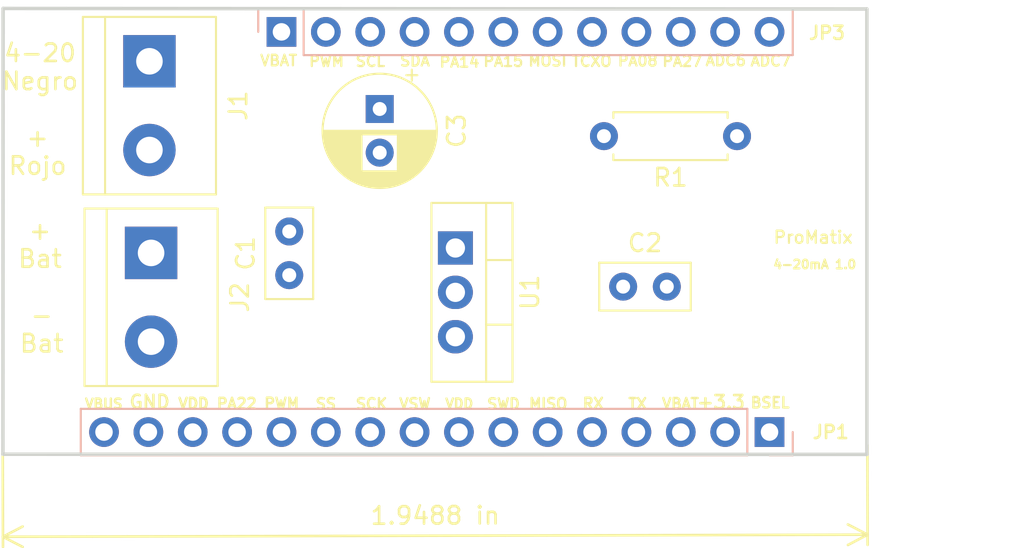
<source format=kicad_pcb>
(kicad_pcb (version 20171130) (host pcbnew 5.1.6-c6e7f7d~87~ubuntu20.04.1)

  (general
    (thickness 1.6)
    (drawings 42)
    (tracks 0)
    (zones 0)
    (modules 9)
    (nets 30)
  )

  (page A4)
  (layers
    (0 F.Cu signal)
    (31 B.Cu signal)
    (32 B.Adhes user)
    (33 F.Adhes user)
    (34 B.Paste user)
    (35 F.Paste user)
    (36 B.SilkS user)
    (37 F.SilkS user)
    (38 B.Mask user)
    (39 F.Mask user)
    (40 Dwgs.User user)
    (41 Cmts.User user)
    (42 Eco1.User user)
    (43 Eco2.User user)
    (44 Edge.Cuts user)
    (45 Margin user)
    (46 B.CrtYd user)
    (47 F.CrtYd user)
    (48 B.Fab user)
    (49 F.Fab user)
  )

  (setup
    (last_trace_width 0.25)
    (trace_clearance 0.2)
    (zone_clearance 0.508)
    (zone_45_only no)
    (trace_min 0.2)
    (via_size 0.8)
    (via_drill 0.4)
    (via_min_size 0.4)
    (via_min_drill 0.3)
    (uvia_size 0.3)
    (uvia_drill 0.1)
    (uvias_allowed no)
    (uvia_min_size 0.2)
    (uvia_min_drill 0.1)
    (edge_width 0.15)
    (segment_width 0.2)
    (pcb_text_width 0.3)
    (pcb_text_size 1.5 1.5)
    (mod_edge_width 0.15)
    (mod_text_size 1 1)
    (mod_text_width 0.15)
    (pad_size 1.7 1.7)
    (pad_drill 1)
    (pad_to_mask_clearance 0.051)
    (solder_mask_min_width 0.25)
    (aux_axis_origin 0 0)
    (visible_elements FFFFFF7F)
    (pcbplotparams
      (layerselection 0x010fc_ffffffff)
      (usegerberextensions false)
      (usegerberattributes false)
      (usegerberadvancedattributes false)
      (creategerberjobfile false)
      (excludeedgelayer true)
      (linewidth 0.100000)
      (plotframeref false)
      (viasonmask false)
      (mode 1)
      (useauxorigin false)
      (hpglpennumber 1)
      (hpglpenspeed 20)
      (hpglpendiameter 15.000000)
      (psnegative false)
      (psa4output false)
      (plotreference true)
      (plotvalue true)
      (plotinvisibletext false)
      (padsonsilk false)
      (subtractmaskfromsilk false)
      (outputformat 1)
      (mirror false)
      (drillshape 1)
      (scaleselection 1)
      (outputdirectory ""))
  )

  (net 0 "")
  (net 1 GND)
  (net 2 /VBAT)
  (net 3 /BAND_SEL)
  (net 4 /UART_TX)
  (net 5 /UART_RX)
  (net 6 /SPI_MISO)
  (net 7 /SWDCLK)
  (net 8 /VDD_CORE)
  (net 9 /VSW)
  (net 10 /SPI_SCK)
  (net 11 /SPI_SS)
  (net 12 /PWM)
  (net 13 /PA22)
  (net 14 /VDD_DIG)
  (net 15 /VBUS)
  (net 16 /ADC&)
  (net 17 /ADC6)
  (net 18 /PA27)
  (net 19 /TCXO)
  (net 20 /SPI_MOSI)
  (net 21 /PA15)
  (net 22 /PA14)
  (net 23 /I2C_SDa)
  (net 24 /I2C_SCL)
  (net 25 /PWMW2)
  (net 26 /VBATM)
  (net 27 /12V)
  (net 28 /4-20mA)
  (net 29 /3.3V)

  (net_class Default "This is the default net class."
    (clearance 0.2)
    (trace_width 0.25)
    (via_dia 0.8)
    (via_drill 0.4)
    (uvia_dia 0.3)
    (uvia_drill 0.1)
    (add_net /12V)
    (add_net /3.3V)
    (add_net /4-20mA)
    (add_net /ADC&)
    (add_net /ADC6)
    (add_net /BAND_SEL)
    (add_net /I2C_SCL)
    (add_net /I2C_SDa)
    (add_net /PA14)
    (add_net /PA15)
    (add_net /PA22)
    (add_net /PA27)
    (add_net /PWM)
    (add_net /PWMW2)
    (add_net /SPI_MISO)
    (add_net /SPI_MOSI)
    (add_net /SPI_SCK)
    (add_net /SPI_SS)
    (add_net /SWDCLK)
    (add_net /TCXO)
    (add_net /UART_RX)
    (add_net /UART_TX)
    (add_net /VBAT)
    (add_net /VBATM)
    (add_net /VBUS)
    (add_net /VDD_CORE)
    (add_net /VDD_DIG)
    (add_net /VSW)
    (add_net GND)
  )

  (module Connector_PinHeader_2.54mm:PinHeader_1x16_P2.54mm_Vertical locked (layer B.Cu) (tedit 5F5A51C2) (tstamp 5F5A54A8)
    (at 69.3166 49.6316 90)
    (descr "Through hole straight pin header, 1x16, 2.54mm pitch, single row")
    (tags "Through hole pin header THT 1x16 2.54mm single row")
    (path /5D375CC4)
    (fp_text reference JP1 (at 0 3.5052 180) (layer F.SilkS)
      (effects (font (size 0.75 0.75) (thickness 0.15)))
    )
    (fp_text value "feather long" (at 0 -40.43 90) (layer B.Fab) hide
      (effects (font (size 1 1) (thickness 0.15)) (justify mirror))
    )
    (fp_line (start 1.8 1.8) (end -1.8 1.8) (layer B.CrtYd) (width 0.05))
    (fp_line (start 1.8 -39.9) (end 1.8 1.8) (layer B.CrtYd) (width 0.05))
    (fp_line (start -1.8 -39.9) (end 1.8 -39.9) (layer B.CrtYd) (width 0.05))
    (fp_line (start -1.8 1.8) (end -1.8 -39.9) (layer B.CrtYd) (width 0.05))
    (fp_line (start -1.33 1.33) (end 0 1.33) (layer B.SilkS) (width 0.12))
    (fp_line (start -1.33 0) (end -1.33 1.33) (layer B.SilkS) (width 0.12))
    (fp_line (start -1.33 -1.27) (end 1.33 -1.27) (layer B.SilkS) (width 0.12))
    (fp_line (start 1.33 -1.27) (end 1.33 -39.43) (layer B.SilkS) (width 0.12))
    (fp_line (start -1.33 -1.27) (end -1.33 -39.43) (layer B.SilkS) (width 0.12))
    (fp_line (start -1.33 -39.43) (end 1.33 -39.43) (layer B.SilkS) (width 0.12))
    (fp_line (start -1.27 0.635) (end -0.635 1.27) (layer B.Fab) (width 0.1))
    (fp_line (start -1.27 -39.37) (end -1.27 0.635) (layer B.Fab) (width 0.1))
    (fp_line (start 1.27 -39.37) (end -1.27 -39.37) (layer B.Fab) (width 0.1))
    (fp_line (start 1.27 1.27) (end 1.27 -39.37) (layer B.Fab) (width 0.1))
    (fp_line (start -0.635 1.27) (end 1.27 1.27) (layer B.Fab) (width 0.1))
    (fp_text user %R (at 0 -19.05 180) (layer B.Fab)
      (effects (font (size 1 1) (thickness 0.15)) (justify mirror))
    )
    (pad 1 thru_hole rect (at 0 0 90) (size 1.7 1.7) (drill 1) (layers *.Cu *.Mask)
      (net 3 /BAND_SEL))
    (pad 2 thru_hole oval (at 0 -2.54 90) (size 1.7 1.7) (drill 1) (layers *.Cu *.Mask)
      (net 29 /3.3V))
    (pad 3 thru_hole oval (at 0 -5.08 90) (size 1.7 1.7) (drill 1) (layers *.Cu *.Mask)
      (net 26 /VBATM))
    (pad 4 thru_hole oval (at 0 -7.62 90) (size 1.7 1.7) (drill 1) (layers *.Cu *.Mask)
      (net 4 /UART_TX))
    (pad 5 thru_hole oval (at 0 -10.16 90) (size 1.7 1.7) (drill 1) (layers *.Cu *.Mask)
      (net 5 /UART_RX))
    (pad 6 thru_hole oval (at 0 -12.7 90) (size 1.7 1.7) (drill 1) (layers *.Cu *.Mask)
      (net 6 /SPI_MISO))
    (pad 7 thru_hole oval (at 0 -15.24 90) (size 1.7 1.7) (drill 1) (layers *.Cu *.Mask)
      (net 7 /SWDCLK))
    (pad 8 thru_hole oval (at 0 -17.78 90) (size 1.7 1.7) (drill 1) (layers *.Cu *.Mask)
      (net 8 /VDD_CORE))
    (pad 9 thru_hole oval (at 0 -20.32 90) (size 1.7 1.7) (drill 1) (layers *.Cu *.Mask)
      (net 9 /VSW))
    (pad 10 thru_hole oval (at 0 -22.86 90) (size 1.7 1.7) (drill 1) (layers *.Cu *.Mask)
      (net 10 /SPI_SCK))
    (pad 11 thru_hole oval (at 0 -25.4 90) (size 1.7 1.7) (drill 1) (layers *.Cu *.Mask)
      (net 11 /SPI_SS))
    (pad 12 thru_hole oval (at 0 -27.94 90) (size 1.7 1.7) (drill 1) (layers *.Cu *.Mask)
      (net 12 /PWM))
    (pad 13 thru_hole oval (at 0 -30.48 90) (size 1.7 1.7) (drill 1) (layers *.Cu *.Mask)
      (net 13 /PA22))
    (pad 14 thru_hole oval (at 0 -33.02 90) (size 1.7 1.7) (drill 1) (layers *.Cu *.Mask)
      (net 14 /VDD_DIG))
    (pad 15 thru_hole oval (at 0 -35.56 90) (size 1.7 1.7) (drill 1) (layers *.Cu *.Mask)
      (net 1 GND))
    (pad 16 thru_hole oval (at 0 -38.1 90) (size 1.7 1.7) (drill 1) (layers *.Cu *.Mask)
      (net 15 /VBUS))
    (model ${KISYS3DMOD}/Connector_PinHeader_2.54mm.3dshapes/PinHeader_1x16_P2.54mm_Vertical.wrl
      (at (xyz 0 0 0))
      (scale (xyz 1 1 1))
      (rotate (xyz 0 0 0))
    )
  )

  (module Connector_PinHeader_2.54mm:PinHeader_1x12_P2.54mm_Vertical locked (layer B.Cu) (tedit 5F5AB782) (tstamp 5F5A54CB)
    (at 41.3766 26.7208 270)
    (descr "Through hole straight pin header, 1x12, 2.54mm pitch, single row")
    (tags "Through hole pin header THT 1x12 2.54mm single row")
    (path /5D375C76)
    (fp_text reference JP3 (at 0.05842 -31.23184 180) (layer F.SilkS)
      (effects (font (size 0.75 0.75) (thickness 0.15)))
    )
    (fp_text value "feather short" (at 0 -30.27 90) (layer B.Fab) hide
      (effects (font (size 1 1) (thickness 0.15)) (justify mirror))
    )
    (fp_line (start 1.8 1.8) (end -1.8 1.8) (layer B.CrtYd) (width 0.05))
    (fp_line (start 1.8 -29.75) (end 1.8 1.8) (layer B.CrtYd) (width 0.05))
    (fp_line (start -1.8 -29.75) (end 1.8 -29.75) (layer B.CrtYd) (width 0.05))
    (fp_line (start -1.8 1.8) (end -1.8 -29.75) (layer B.CrtYd) (width 0.05))
    (fp_line (start -1.33 1.33) (end 0 1.33) (layer B.SilkS) (width 0.12))
    (fp_line (start -1.33 0) (end -1.33 1.33) (layer B.SilkS) (width 0.12))
    (fp_line (start -1.33 -1.27) (end 1.33 -1.27) (layer B.SilkS) (width 0.12))
    (fp_line (start 1.33 -1.27) (end 1.33 -29.27) (layer B.SilkS) (width 0.12))
    (fp_line (start -1.33 -1.27) (end -1.33 -29.27) (layer B.SilkS) (width 0.12))
    (fp_line (start -1.33 -29.27) (end 1.33 -29.27) (layer B.SilkS) (width 0.12))
    (fp_line (start -1.27 0.635) (end -0.635 1.27) (layer B.Fab) (width 0.1))
    (fp_line (start -1.27 -29.21) (end -1.27 0.635) (layer B.Fab) (width 0.1))
    (fp_line (start 1.27 -29.21) (end -1.27 -29.21) (layer B.Fab) (width 0.1))
    (fp_line (start 1.27 1.27) (end 1.27 -29.21) (layer B.Fab) (width 0.1))
    (fp_line (start -0.635 1.27) (end 1.27 1.27) (layer B.Fab) (width 0.1))
    (fp_text user %R (at 0 -13.97 180) (layer B.Fab)
      (effects (font (size 1 1) (thickness 0.15)) (justify mirror))
    )
    (pad 1 thru_hole rect (at 0 0 270) (size 1.7 1.7) (drill 1) (layers *.Cu *.Mask)
      (net 2 /VBAT))
    (pad 2 thru_hole oval (at 0 -2.54 270) (size 1.7 1.7) (drill 1) (layers *.Cu *.Mask)
      (net 25 /PWMW2))
    (pad 3 thru_hole oval (at 0 -5.08 270) (size 1.7 1.7) (drill 1) (layers *.Cu *.Mask)
      (net 24 /I2C_SCL))
    (pad 4 thru_hole oval (at 0 -7.62 270) (size 1.7 1.7) (drill 1) (layers *.Cu *.Mask)
      (net 23 /I2C_SDa))
    (pad 5 thru_hole oval (at 0 -10.16 270) (size 1.7 1.7) (drill 1) (layers *.Cu *.Mask)
      (net 22 /PA14))
    (pad 6 thru_hole oval (at 0 -12.7 270) (size 1.7 1.7) (drill 1) (layers *.Cu *.Mask)
      (net 21 /PA15))
    (pad 7 thru_hole oval (at 0 -15.24 270) (size 1.7 1.7) (drill 1) (layers *.Cu *.Mask)
      (net 20 /SPI_MOSI))
    (pad 8 thru_hole oval (at 0 -17.78 270) (size 1.7 1.7) (drill 1) (layers *.Cu *.Mask)
      (net 19 /TCXO))
    (pad 9 thru_hole oval (at 0 -20.32 270) (size 1.7 1.7) (drill 1) (layers *.Cu *.Mask)
      (net 28 /4-20mA))
    (pad 10 thru_hole oval (at 0 -22.86 270) (size 1.7 1.7) (drill 1) (layers *.Cu *.Mask)
      (net 18 /PA27))
    (pad 11 thru_hole oval (at 0 -25.4 270) (size 1.7 1.7) (drill 1) (layers *.Cu *.Mask)
      (net 17 /ADC6))
    (pad 12 thru_hole oval (at 0 -27.94 270) (size 1.7 1.7) (drill 1) (layers *.Cu *.Mask)
      (net 16 /ADC&))
    (model ${KISYS3DMOD}/Connector_PinHeader_2.54mm.3dshapes/PinHeader_1x12_P2.54mm_Vertical.wrl
      (at (xyz 0 0 0))
      (scale (xyz 1 1 1))
      (rotate (xyz 0 0 0))
    )
  )

  (module Capacitor_THT:C_Disc_D5.0mm_W2.5mm_P2.50mm (layer F.Cu) (tedit 5AE50EF0) (tstamp 5F85D6FC)
    (at 41.8211 40.64762 90)
    (descr "C, Disc series, Radial, pin pitch=2.50mm, , diameter*width=5*2.5mm^2, Capacitor, http://cdn-reichelt.de/documents/datenblatt/B300/DS_KERKO_TC.pdf")
    (tags "C Disc series Radial pin pitch 2.50mm  diameter 5mm width 2.5mm Capacitor")
    (path /5F82C831)
    (fp_text reference C1 (at 1.25 -2.5 90) (layer F.SilkS)
      (effects (font (size 1 1) (thickness 0.15)))
    )
    (fp_text value 0.33uf (at 1.25 2.5 90) (layer F.Fab) hide
      (effects (font (size 1 1) (thickness 0.15)))
    )
    (fp_line (start 4 -1.5) (end -1.5 -1.5) (layer F.CrtYd) (width 0.05))
    (fp_line (start 4 1.5) (end 4 -1.5) (layer F.CrtYd) (width 0.05))
    (fp_line (start -1.5 1.5) (end 4 1.5) (layer F.CrtYd) (width 0.05))
    (fp_line (start -1.5 -1.5) (end -1.5 1.5) (layer F.CrtYd) (width 0.05))
    (fp_line (start 3.87 -1.37) (end 3.87 1.37) (layer F.SilkS) (width 0.12))
    (fp_line (start -1.37 -1.37) (end -1.37 1.37) (layer F.SilkS) (width 0.12))
    (fp_line (start -1.37 1.37) (end 3.87 1.37) (layer F.SilkS) (width 0.12))
    (fp_line (start -1.37 -1.37) (end 3.87 -1.37) (layer F.SilkS) (width 0.12))
    (fp_line (start 3.75 -1.25) (end -1.25 -1.25) (layer F.Fab) (width 0.1))
    (fp_line (start 3.75 1.25) (end 3.75 -1.25) (layer F.Fab) (width 0.1))
    (fp_line (start -1.25 1.25) (end 3.75 1.25) (layer F.Fab) (width 0.1))
    (fp_line (start -1.25 -1.25) (end -1.25 1.25) (layer F.Fab) (width 0.1))
    (fp_text user %R (at 1.25 0 90) (layer F.Fab)
      (effects (font (size 1 1) (thickness 0.15)))
    )
    (pad 1 thru_hole circle (at 0 0 90) (size 1.6 1.6) (drill 0.8) (layers *.Cu *.Mask)
      (net 27 /12V))
    (pad 2 thru_hole circle (at 2.5 0 90) (size 1.6 1.6) (drill 0.8) (layers *.Cu *.Mask)
      (net 1 GND))
    (model ${KISYS3DMOD}/Capacitor_THT.3dshapes/C_Disc_D5.0mm_W2.5mm_P2.50mm.wrl
      (at (xyz 0 0 0))
      (scale (xyz 1 1 1))
      (rotate (xyz 0 0 0))
    )
  )

  (module Capacitor_THT:C_Disc_D5.0mm_W2.5mm_P2.50mm (layer F.Cu) (tedit 5AE50EF0) (tstamp 5F85D70F)
    (at 60.93714 41.30548)
    (descr "C, Disc series, Radial, pin pitch=2.50mm, , diameter*width=5*2.5mm^2, Capacitor, http://cdn-reichelt.de/documents/datenblatt/B300/DS_KERKO_TC.pdf")
    (tags "C Disc series Radial pin pitch 2.50mm  diameter 5mm width 2.5mm Capacitor")
    (path /5F82CEB4)
    (fp_text reference C2 (at 1.25 -2.5) (layer F.SilkS)
      (effects (font (size 1 1) (thickness 0.15)))
    )
    (fp_text value 0.1uf (at 1.25 2.5) (layer F.Fab) hide
      (effects (font (size 1 1) (thickness 0.15)))
    )
    (fp_text user %R (at 1.25 0) (layer F.Fab)
      (effects (font (size 1 1) (thickness 0.15)))
    )
    (fp_line (start -1.25 -1.25) (end -1.25 1.25) (layer F.Fab) (width 0.1))
    (fp_line (start -1.25 1.25) (end 3.75 1.25) (layer F.Fab) (width 0.1))
    (fp_line (start 3.75 1.25) (end 3.75 -1.25) (layer F.Fab) (width 0.1))
    (fp_line (start 3.75 -1.25) (end -1.25 -1.25) (layer F.Fab) (width 0.1))
    (fp_line (start -1.37 -1.37) (end 3.87 -1.37) (layer F.SilkS) (width 0.12))
    (fp_line (start -1.37 1.37) (end 3.87 1.37) (layer F.SilkS) (width 0.12))
    (fp_line (start -1.37 -1.37) (end -1.37 1.37) (layer F.SilkS) (width 0.12))
    (fp_line (start 3.87 -1.37) (end 3.87 1.37) (layer F.SilkS) (width 0.12))
    (fp_line (start -1.5 -1.5) (end -1.5 1.5) (layer F.CrtYd) (width 0.05))
    (fp_line (start -1.5 1.5) (end 4 1.5) (layer F.CrtYd) (width 0.05))
    (fp_line (start 4 1.5) (end 4 -1.5) (layer F.CrtYd) (width 0.05))
    (fp_line (start 4 -1.5) (end -1.5 -1.5) (layer F.CrtYd) (width 0.05))
    (pad 2 thru_hole circle (at 2.5 0) (size 1.6 1.6) (drill 0.8) (layers *.Cu *.Mask)
      (net 1 GND))
    (pad 1 thru_hole circle (at 0 0) (size 1.6 1.6) (drill 0.8) (layers *.Cu *.Mask)
      (net 15 /VBUS))
    (model ${KISYS3DMOD}/Capacitor_THT.3dshapes/C_Disc_D5.0mm_W2.5mm_P2.50mm.wrl
      (at (xyz 0 0 0))
      (scale (xyz 1 1 1))
      (rotate (xyz 0 0 0))
    )
  )

  (module Capacitor_THT:CP_Radial_D6.3mm_P2.50mm (layer F.Cu) (tedit 5AE50EF0) (tstamp 5F85D7A3)
    (at 47.00016 31.13532 270)
    (descr "CP, Radial series, Radial, pin pitch=2.50mm, , diameter=6.3mm, Electrolytic Capacitor")
    (tags "CP Radial series Radial pin pitch 2.50mm  diameter 6.3mm Electrolytic Capacitor")
    (path /5F845E84)
    (fp_text reference C3 (at 1.25 -4.4 90) (layer F.SilkS)
      (effects (font (size 1 1) (thickness 0.15)))
    )
    (fp_text value 100ufx16v (at 1.25 4.4 90) (layer F.Fab) hide
      (effects (font (size 1 1) (thickness 0.15)))
    )
    (fp_line (start -1.935241 -2.154) (end -1.935241 -1.524) (layer F.SilkS) (width 0.12))
    (fp_line (start -2.250241 -1.839) (end -1.620241 -1.839) (layer F.SilkS) (width 0.12))
    (fp_line (start 4.491 -0.402) (end 4.491 0.402) (layer F.SilkS) (width 0.12))
    (fp_line (start 4.451 -0.633) (end 4.451 0.633) (layer F.SilkS) (width 0.12))
    (fp_line (start 4.411 -0.802) (end 4.411 0.802) (layer F.SilkS) (width 0.12))
    (fp_line (start 4.371 -0.94) (end 4.371 0.94) (layer F.SilkS) (width 0.12))
    (fp_line (start 4.331 -1.059) (end 4.331 1.059) (layer F.SilkS) (width 0.12))
    (fp_line (start 4.291 -1.165) (end 4.291 1.165) (layer F.SilkS) (width 0.12))
    (fp_line (start 4.251 -1.262) (end 4.251 1.262) (layer F.SilkS) (width 0.12))
    (fp_line (start 4.211 -1.35) (end 4.211 1.35) (layer F.SilkS) (width 0.12))
    (fp_line (start 4.171 -1.432) (end 4.171 1.432) (layer F.SilkS) (width 0.12))
    (fp_line (start 4.131 -1.509) (end 4.131 1.509) (layer F.SilkS) (width 0.12))
    (fp_line (start 4.091 -1.581) (end 4.091 1.581) (layer F.SilkS) (width 0.12))
    (fp_line (start 4.051 -1.65) (end 4.051 1.65) (layer F.SilkS) (width 0.12))
    (fp_line (start 4.011 -1.714) (end 4.011 1.714) (layer F.SilkS) (width 0.12))
    (fp_line (start 3.971 -1.776) (end 3.971 1.776) (layer F.SilkS) (width 0.12))
    (fp_line (start 3.931 -1.834) (end 3.931 1.834) (layer F.SilkS) (width 0.12))
    (fp_line (start 3.891 -1.89) (end 3.891 1.89) (layer F.SilkS) (width 0.12))
    (fp_line (start 3.851 -1.944) (end 3.851 1.944) (layer F.SilkS) (width 0.12))
    (fp_line (start 3.811 -1.995) (end 3.811 1.995) (layer F.SilkS) (width 0.12))
    (fp_line (start 3.771 -2.044) (end 3.771 2.044) (layer F.SilkS) (width 0.12))
    (fp_line (start 3.731 -2.092) (end 3.731 2.092) (layer F.SilkS) (width 0.12))
    (fp_line (start 3.691 -2.137) (end 3.691 2.137) (layer F.SilkS) (width 0.12))
    (fp_line (start 3.651 -2.182) (end 3.651 2.182) (layer F.SilkS) (width 0.12))
    (fp_line (start 3.611 -2.224) (end 3.611 2.224) (layer F.SilkS) (width 0.12))
    (fp_line (start 3.571 -2.265) (end 3.571 2.265) (layer F.SilkS) (width 0.12))
    (fp_line (start 3.531 1.04) (end 3.531 2.305) (layer F.SilkS) (width 0.12))
    (fp_line (start 3.531 -2.305) (end 3.531 -1.04) (layer F.SilkS) (width 0.12))
    (fp_line (start 3.491 1.04) (end 3.491 2.343) (layer F.SilkS) (width 0.12))
    (fp_line (start 3.491 -2.343) (end 3.491 -1.04) (layer F.SilkS) (width 0.12))
    (fp_line (start 3.451 1.04) (end 3.451 2.38) (layer F.SilkS) (width 0.12))
    (fp_line (start 3.451 -2.38) (end 3.451 -1.04) (layer F.SilkS) (width 0.12))
    (fp_line (start 3.411 1.04) (end 3.411 2.416) (layer F.SilkS) (width 0.12))
    (fp_line (start 3.411 -2.416) (end 3.411 -1.04) (layer F.SilkS) (width 0.12))
    (fp_line (start 3.371 1.04) (end 3.371 2.45) (layer F.SilkS) (width 0.12))
    (fp_line (start 3.371 -2.45) (end 3.371 -1.04) (layer F.SilkS) (width 0.12))
    (fp_line (start 3.331 1.04) (end 3.331 2.484) (layer F.SilkS) (width 0.12))
    (fp_line (start 3.331 -2.484) (end 3.331 -1.04) (layer F.SilkS) (width 0.12))
    (fp_line (start 3.291 1.04) (end 3.291 2.516) (layer F.SilkS) (width 0.12))
    (fp_line (start 3.291 -2.516) (end 3.291 -1.04) (layer F.SilkS) (width 0.12))
    (fp_line (start 3.251 1.04) (end 3.251 2.548) (layer F.SilkS) (width 0.12))
    (fp_line (start 3.251 -2.548) (end 3.251 -1.04) (layer F.SilkS) (width 0.12))
    (fp_line (start 3.211 1.04) (end 3.211 2.578) (layer F.SilkS) (width 0.12))
    (fp_line (start 3.211 -2.578) (end 3.211 -1.04) (layer F.SilkS) (width 0.12))
    (fp_line (start 3.171 1.04) (end 3.171 2.607) (layer F.SilkS) (width 0.12))
    (fp_line (start 3.171 -2.607) (end 3.171 -1.04) (layer F.SilkS) (width 0.12))
    (fp_line (start 3.131 1.04) (end 3.131 2.636) (layer F.SilkS) (width 0.12))
    (fp_line (start 3.131 -2.636) (end 3.131 -1.04) (layer F.SilkS) (width 0.12))
    (fp_line (start 3.091 1.04) (end 3.091 2.664) (layer F.SilkS) (width 0.12))
    (fp_line (start 3.091 -2.664) (end 3.091 -1.04) (layer F.SilkS) (width 0.12))
    (fp_line (start 3.051 1.04) (end 3.051 2.69) (layer F.SilkS) (width 0.12))
    (fp_line (start 3.051 -2.69) (end 3.051 -1.04) (layer F.SilkS) (width 0.12))
    (fp_line (start 3.011 1.04) (end 3.011 2.716) (layer F.SilkS) (width 0.12))
    (fp_line (start 3.011 -2.716) (end 3.011 -1.04) (layer F.SilkS) (width 0.12))
    (fp_line (start 2.971 1.04) (end 2.971 2.742) (layer F.SilkS) (width 0.12))
    (fp_line (start 2.971 -2.742) (end 2.971 -1.04) (layer F.SilkS) (width 0.12))
    (fp_line (start 2.931 1.04) (end 2.931 2.766) (layer F.SilkS) (width 0.12))
    (fp_line (start 2.931 -2.766) (end 2.931 -1.04) (layer F.SilkS) (width 0.12))
    (fp_line (start 2.891 1.04) (end 2.891 2.79) (layer F.SilkS) (width 0.12))
    (fp_line (start 2.891 -2.79) (end 2.891 -1.04) (layer F.SilkS) (width 0.12))
    (fp_line (start 2.851 1.04) (end 2.851 2.812) (layer F.SilkS) (width 0.12))
    (fp_line (start 2.851 -2.812) (end 2.851 -1.04) (layer F.SilkS) (width 0.12))
    (fp_line (start 2.811 1.04) (end 2.811 2.834) (layer F.SilkS) (width 0.12))
    (fp_line (start 2.811 -2.834) (end 2.811 -1.04) (layer F.SilkS) (width 0.12))
    (fp_line (start 2.771 1.04) (end 2.771 2.856) (layer F.SilkS) (width 0.12))
    (fp_line (start 2.771 -2.856) (end 2.771 -1.04) (layer F.SilkS) (width 0.12))
    (fp_line (start 2.731 1.04) (end 2.731 2.876) (layer F.SilkS) (width 0.12))
    (fp_line (start 2.731 -2.876) (end 2.731 -1.04) (layer F.SilkS) (width 0.12))
    (fp_line (start 2.691 1.04) (end 2.691 2.896) (layer F.SilkS) (width 0.12))
    (fp_line (start 2.691 -2.896) (end 2.691 -1.04) (layer F.SilkS) (width 0.12))
    (fp_line (start 2.651 1.04) (end 2.651 2.916) (layer F.SilkS) (width 0.12))
    (fp_line (start 2.651 -2.916) (end 2.651 -1.04) (layer F.SilkS) (width 0.12))
    (fp_line (start 2.611 1.04) (end 2.611 2.934) (layer F.SilkS) (width 0.12))
    (fp_line (start 2.611 -2.934) (end 2.611 -1.04) (layer F.SilkS) (width 0.12))
    (fp_line (start 2.571 1.04) (end 2.571 2.952) (layer F.SilkS) (width 0.12))
    (fp_line (start 2.571 -2.952) (end 2.571 -1.04) (layer F.SilkS) (width 0.12))
    (fp_line (start 2.531 1.04) (end 2.531 2.97) (layer F.SilkS) (width 0.12))
    (fp_line (start 2.531 -2.97) (end 2.531 -1.04) (layer F.SilkS) (width 0.12))
    (fp_line (start 2.491 1.04) (end 2.491 2.986) (layer F.SilkS) (width 0.12))
    (fp_line (start 2.491 -2.986) (end 2.491 -1.04) (layer F.SilkS) (width 0.12))
    (fp_line (start 2.451 1.04) (end 2.451 3.002) (layer F.SilkS) (width 0.12))
    (fp_line (start 2.451 -3.002) (end 2.451 -1.04) (layer F.SilkS) (width 0.12))
    (fp_line (start 2.411 1.04) (end 2.411 3.018) (layer F.SilkS) (width 0.12))
    (fp_line (start 2.411 -3.018) (end 2.411 -1.04) (layer F.SilkS) (width 0.12))
    (fp_line (start 2.371 1.04) (end 2.371 3.033) (layer F.SilkS) (width 0.12))
    (fp_line (start 2.371 -3.033) (end 2.371 -1.04) (layer F.SilkS) (width 0.12))
    (fp_line (start 2.331 1.04) (end 2.331 3.047) (layer F.SilkS) (width 0.12))
    (fp_line (start 2.331 -3.047) (end 2.331 -1.04) (layer F.SilkS) (width 0.12))
    (fp_line (start 2.291 1.04) (end 2.291 3.061) (layer F.SilkS) (width 0.12))
    (fp_line (start 2.291 -3.061) (end 2.291 -1.04) (layer F.SilkS) (width 0.12))
    (fp_line (start 2.251 1.04) (end 2.251 3.074) (layer F.SilkS) (width 0.12))
    (fp_line (start 2.251 -3.074) (end 2.251 -1.04) (layer F.SilkS) (width 0.12))
    (fp_line (start 2.211 1.04) (end 2.211 3.086) (layer F.SilkS) (width 0.12))
    (fp_line (start 2.211 -3.086) (end 2.211 -1.04) (layer F.SilkS) (width 0.12))
    (fp_line (start 2.171 1.04) (end 2.171 3.098) (layer F.SilkS) (width 0.12))
    (fp_line (start 2.171 -3.098) (end 2.171 -1.04) (layer F.SilkS) (width 0.12))
    (fp_line (start 2.131 1.04) (end 2.131 3.11) (layer F.SilkS) (width 0.12))
    (fp_line (start 2.131 -3.11) (end 2.131 -1.04) (layer F.SilkS) (width 0.12))
    (fp_line (start 2.091 1.04) (end 2.091 3.121) (layer F.SilkS) (width 0.12))
    (fp_line (start 2.091 -3.121) (end 2.091 -1.04) (layer F.SilkS) (width 0.12))
    (fp_line (start 2.051 1.04) (end 2.051 3.131) (layer F.SilkS) (width 0.12))
    (fp_line (start 2.051 -3.131) (end 2.051 -1.04) (layer F.SilkS) (width 0.12))
    (fp_line (start 2.011 1.04) (end 2.011 3.141) (layer F.SilkS) (width 0.12))
    (fp_line (start 2.011 -3.141) (end 2.011 -1.04) (layer F.SilkS) (width 0.12))
    (fp_line (start 1.971 1.04) (end 1.971 3.15) (layer F.SilkS) (width 0.12))
    (fp_line (start 1.971 -3.15) (end 1.971 -1.04) (layer F.SilkS) (width 0.12))
    (fp_line (start 1.93 1.04) (end 1.93 3.159) (layer F.SilkS) (width 0.12))
    (fp_line (start 1.93 -3.159) (end 1.93 -1.04) (layer F.SilkS) (width 0.12))
    (fp_line (start 1.89 1.04) (end 1.89 3.167) (layer F.SilkS) (width 0.12))
    (fp_line (start 1.89 -3.167) (end 1.89 -1.04) (layer F.SilkS) (width 0.12))
    (fp_line (start 1.85 1.04) (end 1.85 3.175) (layer F.SilkS) (width 0.12))
    (fp_line (start 1.85 -3.175) (end 1.85 -1.04) (layer F.SilkS) (width 0.12))
    (fp_line (start 1.81 1.04) (end 1.81 3.182) (layer F.SilkS) (width 0.12))
    (fp_line (start 1.81 -3.182) (end 1.81 -1.04) (layer F.SilkS) (width 0.12))
    (fp_line (start 1.77 1.04) (end 1.77 3.189) (layer F.SilkS) (width 0.12))
    (fp_line (start 1.77 -3.189) (end 1.77 -1.04) (layer F.SilkS) (width 0.12))
    (fp_line (start 1.73 1.04) (end 1.73 3.195) (layer F.SilkS) (width 0.12))
    (fp_line (start 1.73 -3.195) (end 1.73 -1.04) (layer F.SilkS) (width 0.12))
    (fp_line (start 1.69 1.04) (end 1.69 3.201) (layer F.SilkS) (width 0.12))
    (fp_line (start 1.69 -3.201) (end 1.69 -1.04) (layer F.SilkS) (width 0.12))
    (fp_line (start 1.65 1.04) (end 1.65 3.206) (layer F.SilkS) (width 0.12))
    (fp_line (start 1.65 -3.206) (end 1.65 -1.04) (layer F.SilkS) (width 0.12))
    (fp_line (start 1.61 1.04) (end 1.61 3.211) (layer F.SilkS) (width 0.12))
    (fp_line (start 1.61 -3.211) (end 1.61 -1.04) (layer F.SilkS) (width 0.12))
    (fp_line (start 1.57 1.04) (end 1.57 3.215) (layer F.SilkS) (width 0.12))
    (fp_line (start 1.57 -3.215) (end 1.57 -1.04) (layer F.SilkS) (width 0.12))
    (fp_line (start 1.53 1.04) (end 1.53 3.218) (layer F.SilkS) (width 0.12))
    (fp_line (start 1.53 -3.218) (end 1.53 -1.04) (layer F.SilkS) (width 0.12))
    (fp_line (start 1.49 1.04) (end 1.49 3.222) (layer F.SilkS) (width 0.12))
    (fp_line (start 1.49 -3.222) (end 1.49 -1.04) (layer F.SilkS) (width 0.12))
    (fp_line (start 1.45 -3.224) (end 1.45 3.224) (layer F.SilkS) (width 0.12))
    (fp_line (start 1.41 -3.227) (end 1.41 3.227) (layer F.SilkS) (width 0.12))
    (fp_line (start 1.37 -3.228) (end 1.37 3.228) (layer F.SilkS) (width 0.12))
    (fp_line (start 1.33 -3.23) (end 1.33 3.23) (layer F.SilkS) (width 0.12))
    (fp_line (start 1.29 -3.23) (end 1.29 3.23) (layer F.SilkS) (width 0.12))
    (fp_line (start 1.25 -3.23) (end 1.25 3.23) (layer F.SilkS) (width 0.12))
    (fp_line (start -1.128972 -1.6885) (end -1.128972 -1.0585) (layer F.Fab) (width 0.1))
    (fp_line (start -1.443972 -1.3735) (end -0.813972 -1.3735) (layer F.Fab) (width 0.1))
    (fp_circle (center 1.25 0) (end 4.65 0) (layer F.CrtYd) (width 0.05))
    (fp_circle (center 1.25 0) (end 4.52 0) (layer F.SilkS) (width 0.12))
    (fp_circle (center 1.25 0) (end 4.4 0) (layer F.Fab) (width 0.1))
    (fp_text user %R (at 1.25 0 90) (layer F.Fab)
      (effects (font (size 1 1) (thickness 0.15)))
    )
    (pad 1 thru_hole rect (at 0 0 270) (size 1.6 1.6) (drill 0.8) (layers *.Cu *.Mask)
      (net 28 /4-20mA))
    (pad 2 thru_hole circle (at 2.5 0 270) (size 1.6 1.6) (drill 0.8) (layers *.Cu *.Mask)
      (net 1 GND))
    (model ${KISYS3DMOD}/Capacitor_THT.3dshapes/CP_Radial_D6.3mm_P2.50mm.wrl
      (at (xyz 0 0 0))
      (scale (xyz 1 1 1))
      (rotate (xyz 0 0 0))
    )
  )

  (module TerminalBlock:TerminalBlock_bornier-2_P5.08mm (layer F.Cu) (tedit 59FF03AB) (tstamp 5F85D7B8)
    (at 33.81756 28.40482 270)
    (descr "simple 2-pin terminal block, pitch 5.08mm, revamped version of bornier2")
    (tags "terminal block bornier2")
    (path /5F824C9D)
    (fp_text reference J1 (at 2.54 -5.08 90) (layer F.SilkS)
      (effects (font (size 1 1) (thickness 0.15)))
    )
    (fp_text value Conn_01x02_Male (at 2.54 5.08 90) (layer F.Fab) hide
      (effects (font (size 1 1) (thickness 0.15)))
    )
    (fp_line (start 7.79 4) (end -2.71 4) (layer F.CrtYd) (width 0.05))
    (fp_line (start 7.79 4) (end 7.79 -4) (layer F.CrtYd) (width 0.05))
    (fp_line (start -2.71 -4) (end -2.71 4) (layer F.CrtYd) (width 0.05))
    (fp_line (start -2.71 -4) (end 7.79 -4) (layer F.CrtYd) (width 0.05))
    (fp_line (start -2.54 3.81) (end 7.62 3.81) (layer F.SilkS) (width 0.12))
    (fp_line (start -2.54 -3.81) (end -2.54 3.81) (layer F.SilkS) (width 0.12))
    (fp_line (start 7.62 -3.81) (end -2.54 -3.81) (layer F.SilkS) (width 0.12))
    (fp_line (start 7.62 3.81) (end 7.62 -3.81) (layer F.SilkS) (width 0.12))
    (fp_line (start 7.62 2.54) (end -2.54 2.54) (layer F.SilkS) (width 0.12))
    (fp_line (start 7.54 -3.75) (end -2.46 -3.75) (layer F.Fab) (width 0.1))
    (fp_line (start 7.54 3.75) (end 7.54 -3.75) (layer F.Fab) (width 0.1))
    (fp_line (start -2.46 3.75) (end 7.54 3.75) (layer F.Fab) (width 0.1))
    (fp_line (start -2.46 -3.75) (end -2.46 3.75) (layer F.Fab) (width 0.1))
    (fp_line (start -2.41 2.55) (end 7.49 2.55) (layer F.Fab) (width 0.1))
    (fp_text user %R (at 2.54 0 90) (layer F.Fab)
      (effects (font (size 1 1) (thickness 0.15)))
    )
    (pad 1 thru_hole rect (at 0 0 270) (size 3 3) (drill 1.52) (layers *.Cu *.Mask)
      (net 28 /4-20mA))
    (pad 2 thru_hole circle (at 5.08 0 270) (size 3 3) (drill 1.52) (layers *.Cu *.Mask)
      (net 27 /12V))
    (model ${KISYS3DMOD}/TerminalBlock.3dshapes/TerminalBlock_bornier-2_P5.08mm.wrl
      (offset (xyz 2.539999961853027 0 0))
      (scale (xyz 1 1 1))
      (rotate (xyz 0 0 0))
    )
  )

  (module TerminalBlock:TerminalBlock_bornier-2_P5.08mm (layer F.Cu) (tedit 59FF03AB) (tstamp 5F85D7CD)
    (at 33.91154 39.37508 270)
    (descr "simple 2-pin terminal block, pitch 5.08mm, revamped version of bornier2")
    (tags "terminal block bornier2")
    (path /5F8254B4)
    (fp_text reference J2 (at 2.54 -5.08 90) (layer F.SilkS)
      (effects (font (size 1 1) (thickness 0.15)))
    )
    (fp_text value Conn_01x02_Male (at 2.54 5.08 90) (layer F.Fab) hide
      (effects (font (size 1 1) (thickness 0.15)))
    )
    (fp_text user %R (at 2.54 0) (layer F.Fab)
      (effects (font (size 1 1) (thickness 0.15)))
    )
    (fp_line (start -2.41 2.55) (end 7.49 2.55) (layer F.Fab) (width 0.1))
    (fp_line (start -2.46 -3.75) (end -2.46 3.75) (layer F.Fab) (width 0.1))
    (fp_line (start -2.46 3.75) (end 7.54 3.75) (layer F.Fab) (width 0.1))
    (fp_line (start 7.54 3.75) (end 7.54 -3.75) (layer F.Fab) (width 0.1))
    (fp_line (start 7.54 -3.75) (end -2.46 -3.75) (layer F.Fab) (width 0.1))
    (fp_line (start 7.62 2.54) (end -2.54 2.54) (layer F.SilkS) (width 0.12))
    (fp_line (start 7.62 3.81) (end 7.62 -3.81) (layer F.SilkS) (width 0.12))
    (fp_line (start 7.62 -3.81) (end -2.54 -3.81) (layer F.SilkS) (width 0.12))
    (fp_line (start -2.54 -3.81) (end -2.54 3.81) (layer F.SilkS) (width 0.12))
    (fp_line (start -2.54 3.81) (end 7.62 3.81) (layer F.SilkS) (width 0.12))
    (fp_line (start -2.71 -4) (end 7.79 -4) (layer F.CrtYd) (width 0.05))
    (fp_line (start -2.71 -4) (end -2.71 4) (layer F.CrtYd) (width 0.05))
    (fp_line (start 7.79 4) (end 7.79 -4) (layer F.CrtYd) (width 0.05))
    (fp_line (start 7.79 4) (end -2.71 4) (layer F.CrtYd) (width 0.05))
    (pad 2 thru_hole circle (at 5.08 0 270) (size 3 3) (drill 1.52) (layers *.Cu *.Mask)
      (net 1 GND))
    (pad 1 thru_hole rect (at 0 0 270) (size 3 3) (drill 1.52) (layers *.Cu *.Mask)
      (net 27 /12V))
    (model ${KISYS3DMOD}/TerminalBlock.3dshapes/TerminalBlock_bornier-2_P5.08mm.wrl
      (offset (xyz 2.539999961853027 0 0))
      (scale (xyz 1 1 1))
      (rotate (xyz 0 0 0))
    )
  )

  (module Resistor_THT:R_Axial_DIN0207_L6.3mm_D2.5mm_P7.62mm_Horizontal (layer F.Cu) (tedit 5AE5139B) (tstamp 5F85D7E4)
    (at 67.45732 32.6898 180)
    (descr "Resistor, Axial_DIN0207 series, Axial, Horizontal, pin pitch=7.62mm, 0.25W = 1/4W, length*diameter=6.3*2.5mm^2, http://cdn-reichelt.de/documents/datenblatt/B400/1_4W%23YAG.pdf")
    (tags "Resistor Axial_DIN0207 series Axial Horizontal pin pitch 7.62mm 0.25W = 1/4W length 6.3mm diameter 2.5mm")
    (path /5F840EDB)
    (fp_text reference R1 (at 3.81 -2.37) (layer F.SilkS)
      (effects (font (size 1 1) (thickness 0.15)))
    )
    (fp_text value Rv (at 3.81 2.37) (layer F.Fab)
      (effects (font (size 1 1) (thickness 0.15)))
    )
    (fp_line (start 8.67 -1.5) (end -1.05 -1.5) (layer F.CrtYd) (width 0.05))
    (fp_line (start 8.67 1.5) (end 8.67 -1.5) (layer F.CrtYd) (width 0.05))
    (fp_line (start -1.05 1.5) (end 8.67 1.5) (layer F.CrtYd) (width 0.05))
    (fp_line (start -1.05 -1.5) (end -1.05 1.5) (layer F.CrtYd) (width 0.05))
    (fp_line (start 7.08 1.37) (end 7.08 1.04) (layer F.SilkS) (width 0.12))
    (fp_line (start 0.54 1.37) (end 7.08 1.37) (layer F.SilkS) (width 0.12))
    (fp_line (start 0.54 1.04) (end 0.54 1.37) (layer F.SilkS) (width 0.12))
    (fp_line (start 7.08 -1.37) (end 7.08 -1.04) (layer F.SilkS) (width 0.12))
    (fp_line (start 0.54 -1.37) (end 7.08 -1.37) (layer F.SilkS) (width 0.12))
    (fp_line (start 0.54 -1.04) (end 0.54 -1.37) (layer F.SilkS) (width 0.12))
    (fp_line (start 7.62 0) (end 6.96 0) (layer F.Fab) (width 0.1))
    (fp_line (start 0 0) (end 0.66 0) (layer F.Fab) (width 0.1))
    (fp_line (start 6.96 -1.25) (end 0.66 -1.25) (layer F.Fab) (width 0.1))
    (fp_line (start 6.96 1.25) (end 6.96 -1.25) (layer F.Fab) (width 0.1))
    (fp_line (start 0.66 1.25) (end 6.96 1.25) (layer F.Fab) (width 0.1))
    (fp_line (start 0.66 -1.25) (end 0.66 1.25) (layer F.Fab) (width 0.1))
    (fp_text user %R (at 3.81 0) (layer F.Fab)
      (effects (font (size 1 1) (thickness 0.15)))
    )
    (pad 1 thru_hole circle (at 0 0 180) (size 1.6 1.6) (drill 0.8) (layers *.Cu *.Mask)
      (net 28 /4-20mA))
    (pad 2 thru_hole oval (at 7.62 0 180) (size 1.6 1.6) (drill 0.8) (layers *.Cu *.Mask)
      (net 1 GND))
    (model ${KISYS3DMOD}/Resistor_THT.3dshapes/R_Axial_DIN0207_L6.3mm_D2.5mm_P7.62mm_Horizontal.wrl
      (at (xyz 0 0 0))
      (scale (xyz 1 1 1))
      (rotate (xyz 0 0 0))
    )
  )

  (module Package_TO_SOT_THT:TO-220-3_Vertical (layer F.Cu) (tedit 5AC8BA0D) (tstamp 5F85D7FE)
    (at 51.3334 39.09314 270)
    (descr "TO-220-3, Vertical, RM 2.54mm, see https://www.vishay.com/docs/66542/to-220-1.pdf")
    (tags "TO-220-3 Vertical RM 2.54mm")
    (path /5F82BE32)
    (fp_text reference U1 (at 2.54 -4.27 90) (layer F.SilkS)
      (effects (font (size 1 1) (thickness 0.15)))
    )
    (fp_text value uA7805 (at 2.54 2.5 90) (layer F.Fab) hide
      (effects (font (size 1 1) (thickness 0.15)))
    )
    (fp_line (start 7.79 -3.4) (end -2.71 -3.4) (layer F.CrtYd) (width 0.05))
    (fp_line (start 7.79 1.51) (end 7.79 -3.4) (layer F.CrtYd) (width 0.05))
    (fp_line (start -2.71 1.51) (end 7.79 1.51) (layer F.CrtYd) (width 0.05))
    (fp_line (start -2.71 -3.4) (end -2.71 1.51) (layer F.CrtYd) (width 0.05))
    (fp_line (start 4.391 -3.27) (end 4.391 -1.76) (layer F.SilkS) (width 0.12))
    (fp_line (start 0.69 -3.27) (end 0.69 -1.76) (layer F.SilkS) (width 0.12))
    (fp_line (start -2.58 -1.76) (end 7.66 -1.76) (layer F.SilkS) (width 0.12))
    (fp_line (start 7.66 -3.27) (end 7.66 1.371) (layer F.SilkS) (width 0.12))
    (fp_line (start -2.58 -3.27) (end -2.58 1.371) (layer F.SilkS) (width 0.12))
    (fp_line (start -2.58 1.371) (end 7.66 1.371) (layer F.SilkS) (width 0.12))
    (fp_line (start -2.58 -3.27) (end 7.66 -3.27) (layer F.SilkS) (width 0.12))
    (fp_line (start 4.39 -3.15) (end 4.39 -1.88) (layer F.Fab) (width 0.1))
    (fp_line (start 0.69 -3.15) (end 0.69 -1.88) (layer F.Fab) (width 0.1))
    (fp_line (start -2.46 -1.88) (end 7.54 -1.88) (layer F.Fab) (width 0.1))
    (fp_line (start 7.54 -3.15) (end -2.46 -3.15) (layer F.Fab) (width 0.1))
    (fp_line (start 7.54 1.25) (end 7.54 -3.15) (layer F.Fab) (width 0.1))
    (fp_line (start -2.46 1.25) (end 7.54 1.25) (layer F.Fab) (width 0.1))
    (fp_line (start -2.46 -3.15) (end -2.46 1.25) (layer F.Fab) (width 0.1))
    (fp_text user %R (at 2.54 -4.27 90) (layer F.Fab)
      (effects (font (size 1 1) (thickness 0.15)))
    )
    (pad 1 thru_hole rect (at 0 0 270) (size 1.905 2) (drill 1.1) (layers *.Cu *.Mask)
      (net 27 /12V))
    (pad 2 thru_hole oval (at 2.54 0 270) (size 1.905 2) (drill 1.1) (layers *.Cu *.Mask)
      (net 1 GND))
    (pad 3 thru_hole oval (at 5.08 0 270) (size 1.905 2) (drill 1.1) (layers *.Cu *.Mask)
      (net 15 /VBUS))
    (model ${KISYS3DMOD}/Package_TO_SOT_THT.3dshapes/TO-220-3_Vertical.wrl
      (at (xyz 0 0 0))
      (scale (xyz 1 1 1))
      (rotate (xyz 0 0 0))
    )
  )

  (gr_text "-\nBat" (at 27.65044 43.75404) (layer F.SilkS)
    (effects (font (size 1 1) (thickness 0.15)))
  )
  (gr_text "+\nBat" (at 27.55392 38.90518) (layer F.SilkS)
    (effects (font (size 1 1) (thickness 0.15)))
  )
  (gr_text "+\nRojo" (at 27.41422 33.58388) (layer F.SilkS)
    (effects (font (size 1 1) (thickness 0.15)))
  )
  (gr_text "4-20\nNegro" (at 27.55392 28.73502) (layer F.SilkS)
    (effects (font (size 1 1) (thickness 0.15)))
  )
  (dimension 49.500145 (width 0.15) (layer F.SilkS)
    (gr_text "49,500 mm" (at 50.185576 56.864899 0.1388985873) (layer F.SilkS)
      (effects (font (size 1 1) (thickness 0.15)))
    )
    (feature1 (pts (xy 74.92 50.38) (xy 74.933846 56.091322)))
    (feature2 (pts (xy 25.42 50.5) (xy 25.433846 56.211322)))
    (crossbar (pts (xy 25.432424 55.624903) (xy 74.932424 55.504903)))
    (arrow1a (pts (xy 74.932424 55.504903) (xy 73.807345 56.094053)))
    (arrow1b (pts (xy 74.932424 55.504903) (xy 73.804502 54.921215)))
    (arrow2a (pts (xy 25.432424 55.624903) (xy 26.560346 56.208591)))
    (arrow2b (pts (xy 25.432424 55.624903) (xy 26.557503 55.035753)))
  )
  (gr_text "4-20mA 1.0" (at 71.9074 40.03548) (layer F.SilkS)
    (effects (font (size 0.5 0.5) (thickness 0.125)))
  )
  (gr_line (start 25.43 50.9) (end 25.44 25.38) (layer Edge.Cuts) (width 0.2) (tstamp 5F8068EB))
  (gr_text ProMatix (at 71.81342 38.481) (layer F.SilkS)
    (effects (font (size 0.7 0.7) (thickness 0.125)))
  )
  (gr_line (start 69.44106 49.59096) (end 80.22082 49.58842) (layer Dwgs.User) (width 0.15))
  (gr_line (start 69.6722 26.7208) (end 80.36052 26.71826) (layer Dwgs.User) (width 0.15))
  (dimension 22.86 (width 0.15) (layer Dwgs.User)
    (gr_text "0,9000 in" (at 79.93682 38.15334 270) (layer Dwgs.User)
      (effects (font (size 1 1) (thickness 0.15)))
    )
    (feature1 (pts (xy 81.23682 49.58334) (xy 80.650399 49.58334)))
    (feature2 (pts (xy 81.23682 26.72334) (xy 80.650399 26.72334)))
    (crossbar (pts (xy 81.23682 26.72334) (xy 81.23682 49.58334)))
    (arrow1a (pts (xy 81.23682 49.58334) (xy 80.650399 48.456836)))
    (arrow1b (pts (xy 81.23682 49.58334) (xy 81.823241 48.456836)))
    (arrow2a (pts (xy 81.23682 26.72334) (xy 80.650399 27.849844)))
    (arrow2b (pts (xy 81.23682 26.72334) (xy 81.823241 27.849844)))
  )
  (gr_text VBAT (at 41.21658 28.36164) (layer F.SilkS) (tstamp 5F5A56C8)
    (effects (font (size 0.6 0.6) (thickness 0.13)))
  )
  (gr_text PWM (at 43.95724 28.40482) (layer F.SilkS) (tstamp 5F5A56C8)
    (effects (font (size 0.6 0.6) (thickness 0.13)))
  )
  (gr_text SCL (at 46.46676 28.40482) (layer F.SilkS) (tstamp 5F5A56C8)
    (effects (font (size 0.6 0.6) (thickness 0.13)))
  )
  (gr_text SDA (at 49.01692 28.38196) (layer F.SilkS) (tstamp 5F5A56C8)
    (effects (font (size 0.6 0.6) (thickness 0.13)))
  )
  (gr_text PA14 (at 51.56708 28.44546) (layer F.SilkS) (tstamp 5F5A56C8)
    (effects (font (size 0.6 0.6) (thickness 0.13)))
  )
  (gr_text PA15 (at 54.0766 28.40482) (layer F.SilkS) (tstamp 5F5A56C8)
    (effects (font (size 0.6 0.6) (thickness 0.13)))
  )
  (gr_text MOSI (at 56.60898 28.38196) (layer F.SilkS) (tstamp 5F5A56C8)
    (effects (font (size 0.6 0.6) (thickness 0.13)))
  )
  (gr_text TCXO (at 59.13882 28.40482) (layer F.SilkS) (tstamp 5F5A56C8)
    (effects (font (size 0.6 0.6) (thickness 0.13)))
  )
  (gr_text PA08 (at 61.7728 28.38196) (layer F.SilkS) (tstamp 5F5A56C8)
    (effects (font (size 0.6 0.6) (thickness 0.13)))
  )
  (gr_text PA27 (at 64.32296 28.40482) (layer F.SilkS) (tstamp 5F5A56C8)
    (effects (font (size 0.6 0.6) (thickness 0.13)))
  )
  (gr_text ADC6 (at 66.81216 28.36164) (layer F.SilkS) (tstamp 5F5A56C8)
    (effects (font (size 0.6 0.6) (thickness 0.13)))
  )
  (gr_text BSEL (at 69.35216 47.95266) (layer F.SilkS) (tstamp 5F5A5680)
    (effects (font (size 0.6 0.6) (thickness 0.1375)))
  )
  (gr_text +3.3 (at 66.54038 47.92218) (layer F.SilkS) (tstamp 5F5A5680)
    (effects (font (size 0.75 0.75) (thickness 0.15)))
  )
  (gr_text VBAT (at 64.21882 48.01108) (layer F.SilkS) (tstamp 5F5A5680)
    (effects (font (size 0.6 0.6) (thickness 0.1375)))
  )
  (gr_text TX (at 61.76518 48.01108) (layer F.SilkS) (tstamp 5F5A5680)
    (effects (font (size 0.6 0.6) (thickness 0.1375)))
  )
  (gr_text RX (at 59.2201 47.99584) (layer F.SilkS) (tstamp 5F5A5680)
    (effects (font (size 0.6 0.6) (thickness 0.1375)))
  )
  (gr_text MISO (at 56.64708 48.01108) (layer F.SilkS) (tstamp 5F5A5680)
    (effects (font (size 0.6 0.6) (thickness 0.1375)))
  )
  (gr_text SWD (at 54.08676 48.02632) (layer F.SilkS) (tstamp 5F5A5680)
    (effects (font (size 0.6 0.6) (thickness 0.1375)))
  )
  (gr_text VDD (at 51.55692 48.01108) (layer F.SilkS) (tstamp 5F5A5680)
    (effects (font (size 0.55 0.55) (thickness 0.1375)))
  )
  (gr_text VSW (at 49.01692 48.01616) (layer F.SilkS) (tstamp 5F5A5680)
    (effects (font (size 0.6 0.6) (thickness 0.1375)))
  )
  (gr_text SCK (at 46.53026 48.01616) (layer F.SilkS) (tstamp 5F5A5680)
    (effects (font (size 0.6 0.6) (thickness 0.1375)))
  )
  (gr_text SS (at 43.9166 48.01616) (layer F.SilkS) (tstamp 5F5A5680)
    (effects (font (size 0.6 0.6) (thickness 0.1375)))
  )
  (gr_text PWM (at 41.3893 47.98822) (layer F.SilkS) (tstamp 5F5A5680)
    (effects (font (size 0.6 0.6) (thickness 0.1375)))
  )
  (gr_text PA22 (at 38.81628 48.00346) (layer F.SilkS) (tstamp 5F5A5680)
    (effects (font (size 0.6 0.6) (thickness 0.1375)))
  )
  (gr_text "VBUS\n" (at 31.2039 48.01616) (layer F.SilkS) (tstamp 5D4FC291)
    (effects (font (size 0.55 0.55) (thickness 0.1375)))
  )
  (gr_text VDD (at 36.34486 48.00346) (layer F.SilkS) (tstamp 5D4FC28C)
    (effects (font (size 0.6 0.6) (thickness 0.15)))
  )
  (gr_text GND (at 33.83026 47.9044) (layer F.SilkS) (tstamp 5D4FC282)
    (effects (font (size 0.75 0.75) (thickness 0.15)))
  )
  (gr_text ADC7 (at 69.38518 28.38196) (layer F.SilkS) (tstamp 5D4FC236)
    (effects (font (size 0.6 0.6) (thickness 0.13)))
  )
  (gr_line (start 74.89 50.91) (end 25.43 50.9) (layer Edge.Cuts) (width 0.2))
  (gr_line (start 74.89 25.41) (end 74.89 50.91) (layer Edge.Cuts) (width 0.2))
  (gr_line (start 25.44 25.38) (end 74.89 25.41) (layer Edge.Cuts) (width 0.2))

)

</source>
